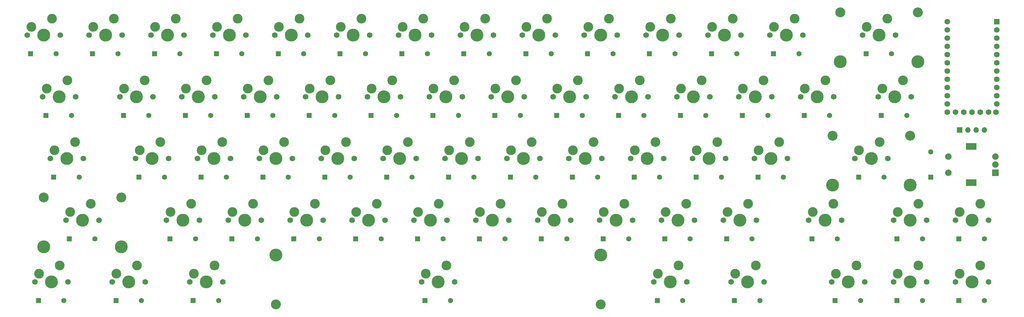
<source format=gbr>
G04 #@! TF.GenerationSoftware,KiCad,Pcbnew,(5.1.10)-1*
G04 #@! TF.CreationDate,2021-09-11T23:54:04-05:00*
G04 #@! TF.ProjectId,kintsugi,6b696e74-7375-4676-992e-6b696361645f,rev?*
G04 #@! TF.SameCoordinates,Original*
G04 #@! TF.FileFunction,Soldermask,Top*
G04 #@! TF.FilePolarity,Negative*
%FSLAX46Y46*%
G04 Gerber Fmt 4.6, Leading zero omitted, Abs format (unit mm)*
G04 Created by KiCad (PCBNEW (5.1.10)-1) date 2021-09-11 23:54:04*
%MOMM*%
%LPD*%
G01*
G04 APERTURE LIST*
%ADD10C,3.000000*%
%ADD11C,3.987800*%
%ADD12C,1.750000*%
%ADD13C,3.048000*%
%ADD14R,1.600000X1.600000*%
%ADD15C,1.600000*%
%ADD16O,1.700000X1.700000*%
%ADD17R,1.700000X1.700000*%
%ADD18R,1.752600X1.752600*%
%ADD19C,1.752600*%
%ADD20R,2.000000X2.000000*%
%ADD21C,2.000000*%
%ADD22R,3.200000X2.000000*%
G04 APERTURE END LIST*
D10*
X321627500Y-47307500D03*
D11*
X319087500Y-52387500D03*
D10*
X315277500Y-49847500D03*
D12*
X314007500Y-52387500D03*
X324167500Y-52387500D03*
D10*
X264477500Y-66357500D03*
D11*
X261937500Y-71437500D03*
D10*
X258127500Y-68897500D03*
D12*
X256857500Y-71437500D03*
X267017500Y-71437500D03*
D10*
X197802500Y-85407500D03*
D11*
X195262500Y-90487500D03*
D10*
X191452500Y-87947500D03*
D12*
X190182500Y-90487500D03*
X200342500Y-90487500D03*
D10*
X135890000Y-28257500D03*
D11*
X133350000Y-33337500D03*
D10*
X129540000Y-30797500D03*
D12*
X128270000Y-33337500D03*
X138430000Y-33337500D03*
X66992500Y-52387500D03*
X56832500Y-52387500D03*
D10*
X58102500Y-49847500D03*
D11*
X61912500Y-52387500D03*
D10*
X64452500Y-47307500D03*
X314483750Y-66357500D03*
D11*
X311943750Y-71437500D03*
D10*
X308133750Y-68897500D03*
D12*
X306863750Y-71437500D03*
X317023750Y-71437500D03*
D13*
X323881750Y-64452500D03*
X300005750Y-64452500D03*
D11*
X323881750Y-79692500D03*
X300005750Y-79692500D03*
D10*
X59690000Y-28257500D03*
D11*
X57150000Y-33337500D03*
D10*
X53340000Y-30797500D03*
D12*
X52070000Y-33337500D03*
X62230000Y-33337500D03*
X302736250Y-90487500D03*
X292576250Y-90487500D03*
D10*
X293846250Y-87947500D03*
D11*
X297656250Y-90487500D03*
D10*
X300196250Y-85407500D03*
D12*
X276542500Y-90487500D03*
X266382500Y-90487500D03*
D10*
X267652500Y-87947500D03*
D11*
X271462500Y-90487500D03*
D10*
X274002500Y-85407500D03*
D12*
X300355000Y-52387500D03*
X290195000Y-52387500D03*
D10*
X291465000Y-49847500D03*
D11*
X295275000Y-52387500D03*
D10*
X297815000Y-47307500D03*
D11*
X302387000Y-41592500D03*
X326263000Y-41592500D03*
D13*
X302387000Y-26352500D03*
X326263000Y-26352500D03*
D12*
X319405000Y-33337500D03*
X309245000Y-33337500D03*
D10*
X310515000Y-30797500D03*
D11*
X314325000Y-33337500D03*
D10*
X316865000Y-28257500D03*
D12*
X290830000Y-33337500D03*
X280670000Y-33337500D03*
D10*
X281940000Y-30797500D03*
D11*
X285750000Y-33337500D03*
D10*
X288290000Y-28257500D03*
D14*
X293621000Y-96266000D03*
D15*
X301421000Y-96266000D03*
D14*
X267372000Y-96266000D03*
D15*
X275172000Y-96266000D03*
D14*
X314997000Y-58166000D03*
D15*
X322797000Y-58166000D03*
D14*
X291248000Y-58166000D03*
D15*
X299048000Y-58166000D03*
D14*
X310298000Y-39116000D03*
D15*
X318098000Y-39116000D03*
D14*
X281810000Y-39116000D03*
D15*
X289610000Y-39116000D03*
D16*
X346710000Y-62611000D03*
X344170000Y-62611000D03*
X341630000Y-62611000D03*
D17*
X339090000Y-62611000D03*
D12*
X69373750Y-71437500D03*
X59213750Y-71437500D03*
D10*
X60483750Y-68897500D03*
D11*
X64293750Y-71437500D03*
D10*
X66833750Y-66357500D03*
D14*
X57862000Y-58166000D03*
D15*
X65662000Y-58166000D03*
D14*
X338873000Y-115316000D03*
D15*
X346673000Y-115316000D03*
D14*
X319823000Y-115316000D03*
D15*
X327623000Y-115316000D03*
D14*
X300773000Y-115316000D03*
D15*
X308573000Y-115316000D03*
D14*
X269785000Y-115316000D03*
D15*
X277585000Y-115316000D03*
D14*
X246036000Y-115316000D03*
D15*
X253836000Y-115316000D03*
D14*
X174535000Y-115316000D03*
D15*
X182335000Y-115316000D03*
D14*
X103161000Y-115316000D03*
D15*
X110961000Y-115316000D03*
D14*
X79412000Y-115316000D03*
D15*
X87212000Y-115316000D03*
D14*
X55536000Y-115316000D03*
D15*
X63336000Y-115316000D03*
D14*
X338873000Y-96266000D03*
D15*
X346673000Y-96266000D03*
D14*
X319823000Y-96266000D03*
D15*
X327623000Y-96266000D03*
D14*
X248322000Y-96266000D03*
D15*
X256122000Y-96266000D03*
D14*
X229399000Y-96266000D03*
D15*
X237199000Y-96266000D03*
D14*
X210349000Y-96266000D03*
D15*
X218149000Y-96266000D03*
X199099000Y-96266000D03*
D14*
X191299000Y-96266000D03*
X172249000Y-96266000D03*
D15*
X180049000Y-96266000D03*
D14*
X153199000Y-96266000D03*
D15*
X160999000Y-96266000D03*
D14*
X134149000Y-96266000D03*
D15*
X141949000Y-96266000D03*
D14*
X115099000Y-96266000D03*
D15*
X122899000Y-96266000D03*
D14*
X96049000Y-96266000D03*
D15*
X103849000Y-96266000D03*
D14*
X65061000Y-96266000D03*
D15*
X72861000Y-96266000D03*
D14*
X330200000Y-77179000D03*
D15*
X330200000Y-69379000D03*
D14*
X308012000Y-77216000D03*
D15*
X315812000Y-77216000D03*
D14*
X277024000Y-77216000D03*
D15*
X284824000Y-77216000D03*
D14*
X257974000Y-77216000D03*
D15*
X265774000Y-77216000D03*
D14*
X238924000Y-77216000D03*
D15*
X246724000Y-77216000D03*
D14*
X219874000Y-77216000D03*
D15*
X227674000Y-77216000D03*
D14*
X200824000Y-77216000D03*
D15*
X208624000Y-77216000D03*
D14*
X181774000Y-77216000D03*
D15*
X189574000Y-77216000D03*
D14*
X162721000Y-77216000D03*
D15*
X170521000Y-77216000D03*
D14*
X143674000Y-77216000D03*
D15*
X151474000Y-77216000D03*
D14*
X124624000Y-77216000D03*
D15*
X132424000Y-77216000D03*
D14*
X105574000Y-77216000D03*
D15*
X113374000Y-77216000D03*
D14*
X86484000Y-77216000D03*
D15*
X94284000Y-77216000D03*
X68035000Y-77216000D03*
D14*
X60235000Y-77216000D03*
X272238000Y-58166000D03*
D15*
X280038000Y-58166000D03*
D14*
X253145000Y-58166000D03*
D15*
X260945000Y-58166000D03*
X241895000Y-58166000D03*
D14*
X234095000Y-58166000D03*
X215088000Y-58166000D03*
D15*
X222888000Y-58166000D03*
D14*
X196038000Y-58166000D03*
D15*
X203838000Y-58166000D03*
D14*
X176988000Y-58166000D03*
D15*
X184788000Y-58166000D03*
D14*
X157938000Y-58166000D03*
D15*
X165738000Y-58166000D03*
D14*
X138888000Y-58166000D03*
D15*
X146688000Y-58166000D03*
D14*
X119838000Y-58166000D03*
D15*
X127638000Y-58166000D03*
D14*
X100748000Y-58166000D03*
D15*
X108548000Y-58166000D03*
D14*
X81735000Y-58166000D03*
D15*
X89535000Y-58166000D03*
D14*
X262713000Y-39116000D03*
D15*
X270513000Y-39116000D03*
D14*
X243623000Y-39116000D03*
D15*
X251423000Y-39116000D03*
D14*
X224570000Y-39116000D03*
D15*
X232370000Y-39116000D03*
D14*
X205563000Y-39116000D03*
D15*
X213363000Y-39116000D03*
D14*
X186473000Y-39116000D03*
D15*
X194273000Y-39116000D03*
D14*
X167420000Y-39116000D03*
D15*
X175220000Y-39116000D03*
D14*
X148373000Y-39116000D03*
D15*
X156173000Y-39116000D03*
D14*
X129363000Y-39116000D03*
D15*
X137163000Y-39116000D03*
D14*
X110313000Y-39116000D03*
D15*
X118113000Y-39116000D03*
D14*
X91263000Y-39116000D03*
D15*
X99063000Y-39116000D03*
D14*
X72173000Y-39116000D03*
D15*
X79973000Y-39116000D03*
X60920000Y-39116000D03*
D14*
X53120000Y-39116000D03*
D10*
X278765000Y-47307500D03*
D11*
X276225000Y-52387500D03*
D10*
X272415000Y-49847500D03*
D12*
X271145000Y-52387500D03*
X281305000Y-52387500D03*
D10*
X283527500Y-66357500D03*
D11*
X280987500Y-71437500D03*
D10*
X277177500Y-68897500D03*
D12*
X275907500Y-71437500D03*
X286067500Y-71437500D03*
D10*
X71596250Y-85407500D03*
D11*
X69056250Y-90487500D03*
D10*
X65246250Y-87947500D03*
D12*
X63976250Y-90487500D03*
X74136250Y-90487500D03*
D13*
X80994250Y-83502500D03*
X57118250Y-83502500D03*
D11*
X80994250Y-98742500D03*
X57118250Y-98742500D03*
D12*
X347980000Y-90487500D03*
X337820000Y-90487500D03*
D10*
X339090000Y-87947500D03*
D11*
X342900000Y-90487500D03*
D10*
X345440000Y-85407500D03*
X109696250Y-104457500D03*
D11*
X107156250Y-109537500D03*
D10*
X103346250Y-106997500D03*
D12*
X102076250Y-109537500D03*
X112236250Y-109537500D03*
D10*
X181133750Y-104457500D03*
D11*
X178593750Y-109537500D03*
D10*
X174783750Y-106997500D03*
D12*
X173513750Y-109537500D03*
X183673750Y-109537500D03*
D13*
X228593650Y-116522500D03*
X128593850Y-116522500D03*
D11*
X228593650Y-101282500D03*
X128593850Y-101282500D03*
D10*
X276383750Y-104457500D03*
D11*
X273843750Y-109537500D03*
D10*
X270033750Y-106997500D03*
D12*
X268763750Y-109537500D03*
X278923750Y-109537500D03*
D10*
X345440000Y-104457500D03*
D11*
X342900000Y-109537500D03*
D10*
X339090000Y-106997500D03*
D12*
X337820000Y-109537500D03*
X347980000Y-109537500D03*
D10*
X252571250Y-104457500D03*
D11*
X250031250Y-109537500D03*
D10*
X246221250Y-106997500D03*
D12*
X244951250Y-109537500D03*
X255111250Y-109537500D03*
D10*
X85883750Y-104457500D03*
D11*
X83343750Y-109537500D03*
D10*
X79533750Y-106997500D03*
D12*
X78263750Y-109537500D03*
X88423750Y-109537500D03*
D10*
X62071250Y-104457500D03*
D11*
X59531250Y-109537500D03*
D10*
X55721250Y-106997500D03*
D12*
X54451250Y-109537500D03*
X64611250Y-109537500D03*
D18*
X350520000Y-29210000D03*
D19*
X350520000Y-31750000D03*
X350520000Y-34290000D03*
X350520000Y-36830000D03*
X350520000Y-39370000D03*
X350520000Y-41910000D03*
X350520000Y-44450000D03*
X350520000Y-46990000D03*
X350520000Y-49530000D03*
X350520000Y-52070000D03*
X350520000Y-54610000D03*
X335280000Y-57150000D03*
X335280000Y-54610000D03*
X335280000Y-52070000D03*
X335280000Y-49530000D03*
X335280000Y-46990000D03*
X335280000Y-44450000D03*
X335280000Y-41910000D03*
X335280000Y-39370000D03*
X335280000Y-36830000D03*
X335280000Y-34290000D03*
X335280000Y-31750000D03*
X350291400Y-57150000D03*
X335280000Y-29210000D03*
X337820000Y-57150000D03*
X340360000Y-57150000D03*
X342900000Y-57150000D03*
X345440000Y-57150000D03*
X347980000Y-57150000D03*
D20*
X350139000Y-75819000D03*
D21*
X350139000Y-73319000D03*
X350139000Y-70819000D03*
D22*
X342639000Y-78919000D03*
X342639000Y-67719000D03*
D21*
X335639000Y-75819000D03*
X335639000Y-70819000D03*
D10*
X326390000Y-104457500D03*
D11*
X323850000Y-109537500D03*
D10*
X320040000Y-106997500D03*
D12*
X318770000Y-109537500D03*
X328930000Y-109537500D03*
D10*
X307340000Y-104457500D03*
D11*
X304800000Y-109537500D03*
D10*
X300990000Y-106997500D03*
D12*
X299720000Y-109537500D03*
X309880000Y-109537500D03*
D10*
X326390000Y-85407500D03*
D11*
X323850000Y-90487500D03*
D10*
X320040000Y-87947500D03*
D12*
X318770000Y-90487500D03*
X328930000Y-90487500D03*
D10*
X254952500Y-85407500D03*
D11*
X252412500Y-90487500D03*
D10*
X248602500Y-87947500D03*
D12*
X247332500Y-90487500D03*
X257492500Y-90487500D03*
D10*
X235902500Y-85407500D03*
D11*
X233362500Y-90487500D03*
D10*
X229552500Y-87947500D03*
D12*
X228282500Y-90487500D03*
X238442500Y-90487500D03*
D10*
X216852500Y-85407500D03*
D11*
X214312500Y-90487500D03*
D10*
X210502500Y-87947500D03*
D12*
X209232500Y-90487500D03*
X219392500Y-90487500D03*
D10*
X178752500Y-85407500D03*
D11*
X176212500Y-90487500D03*
D10*
X172402500Y-87947500D03*
D12*
X171132500Y-90487500D03*
X181292500Y-90487500D03*
D10*
X159702500Y-85407500D03*
D11*
X157162500Y-90487500D03*
D10*
X153352500Y-87947500D03*
D12*
X152082500Y-90487500D03*
X162242500Y-90487500D03*
D10*
X140652500Y-85407500D03*
D11*
X138112500Y-90487500D03*
D10*
X134302500Y-87947500D03*
D12*
X133032500Y-90487500D03*
X143192500Y-90487500D03*
D10*
X121602500Y-85407500D03*
D11*
X119062500Y-90487500D03*
D10*
X115252500Y-87947500D03*
D12*
X113982500Y-90487500D03*
X124142500Y-90487500D03*
D10*
X102552500Y-85407500D03*
D11*
X100012500Y-90487500D03*
D10*
X96202500Y-87947500D03*
D12*
X94932500Y-90487500D03*
X105092500Y-90487500D03*
D10*
X245427500Y-66357500D03*
D11*
X242887500Y-71437500D03*
D10*
X239077500Y-68897500D03*
D12*
X237807500Y-71437500D03*
X247967500Y-71437500D03*
D10*
X226377500Y-66357500D03*
D11*
X223837500Y-71437500D03*
D10*
X220027500Y-68897500D03*
D12*
X218757500Y-71437500D03*
X228917500Y-71437500D03*
D10*
X207327500Y-66357500D03*
D11*
X204787500Y-71437500D03*
D10*
X200977500Y-68897500D03*
D12*
X199707500Y-71437500D03*
X209867500Y-71437500D03*
X190817500Y-71437500D03*
X180657500Y-71437500D03*
D10*
X181927500Y-68897500D03*
D11*
X185737500Y-71437500D03*
D10*
X188277500Y-66357500D03*
X169227500Y-66357500D03*
D11*
X166687500Y-71437500D03*
D10*
X162877500Y-68897500D03*
D12*
X161607500Y-71437500D03*
X171767500Y-71437500D03*
D10*
X150177500Y-66357500D03*
D11*
X147637500Y-71437500D03*
D10*
X143827500Y-68897500D03*
D12*
X142557500Y-71437500D03*
X152717500Y-71437500D03*
D10*
X131127500Y-66357500D03*
D11*
X128587500Y-71437500D03*
D10*
X124777500Y-68897500D03*
D12*
X123507500Y-71437500D03*
X133667500Y-71437500D03*
D10*
X112077500Y-66357500D03*
D11*
X109537500Y-71437500D03*
D10*
X105727500Y-68897500D03*
D12*
X104457500Y-71437500D03*
X114617500Y-71437500D03*
D10*
X93027500Y-66357500D03*
D11*
X90487500Y-71437500D03*
D10*
X86677500Y-68897500D03*
D12*
X85407500Y-71437500D03*
X95567500Y-71437500D03*
D10*
X259715000Y-47307500D03*
D11*
X257175000Y-52387500D03*
D10*
X253365000Y-49847500D03*
D12*
X252095000Y-52387500D03*
X262255000Y-52387500D03*
D10*
X240665000Y-47307500D03*
D11*
X238125000Y-52387500D03*
D10*
X234315000Y-49847500D03*
D12*
X233045000Y-52387500D03*
X243205000Y-52387500D03*
D10*
X221615000Y-47307500D03*
D11*
X219075000Y-52387500D03*
D10*
X215265000Y-49847500D03*
D12*
X213995000Y-52387500D03*
X224155000Y-52387500D03*
D10*
X202565000Y-47307500D03*
D11*
X200025000Y-52387500D03*
D10*
X196215000Y-49847500D03*
D12*
X194945000Y-52387500D03*
X205105000Y-52387500D03*
D10*
X183515000Y-47307500D03*
D11*
X180975000Y-52387500D03*
D10*
X177165000Y-49847500D03*
D12*
X175895000Y-52387500D03*
X186055000Y-52387500D03*
D10*
X164465000Y-47307500D03*
D11*
X161925000Y-52387500D03*
D10*
X158115000Y-49847500D03*
D12*
X156845000Y-52387500D03*
X167005000Y-52387500D03*
D10*
X145415000Y-47307500D03*
D11*
X142875000Y-52387500D03*
D10*
X139065000Y-49847500D03*
D12*
X137795000Y-52387500D03*
X147955000Y-52387500D03*
D10*
X126365000Y-47307500D03*
D11*
X123825000Y-52387500D03*
D10*
X120015000Y-49847500D03*
D12*
X118745000Y-52387500D03*
X128905000Y-52387500D03*
D10*
X107315000Y-47307500D03*
D11*
X104775000Y-52387500D03*
D10*
X100965000Y-49847500D03*
D12*
X99695000Y-52387500D03*
X109855000Y-52387500D03*
D10*
X88265000Y-47307500D03*
D11*
X85725000Y-52387500D03*
D10*
X81915000Y-49847500D03*
D12*
X80645000Y-52387500D03*
X90805000Y-52387500D03*
D10*
X269240000Y-28257500D03*
D11*
X266700000Y-33337500D03*
D10*
X262890000Y-30797500D03*
D12*
X261620000Y-33337500D03*
X271780000Y-33337500D03*
D10*
X250190000Y-28257500D03*
D11*
X247650000Y-33337500D03*
D10*
X243840000Y-30797500D03*
D12*
X242570000Y-33337500D03*
X252730000Y-33337500D03*
D10*
X231140000Y-28257500D03*
D11*
X228600000Y-33337500D03*
D10*
X224790000Y-30797500D03*
D12*
X223520000Y-33337500D03*
X233680000Y-33337500D03*
D10*
X212090000Y-28257500D03*
D11*
X209550000Y-33337500D03*
D10*
X205740000Y-30797500D03*
D12*
X204470000Y-33337500D03*
X214630000Y-33337500D03*
D10*
X193040000Y-28257500D03*
D11*
X190500000Y-33337500D03*
D10*
X186690000Y-30797500D03*
D12*
X185420000Y-33337500D03*
X195580000Y-33337500D03*
D10*
X173990000Y-28257500D03*
D11*
X171450000Y-33337500D03*
D10*
X167640000Y-30797500D03*
D12*
X166370000Y-33337500D03*
X176530000Y-33337500D03*
D10*
X154940000Y-28257500D03*
D11*
X152400000Y-33337500D03*
D10*
X148590000Y-30797500D03*
D12*
X147320000Y-33337500D03*
X157480000Y-33337500D03*
D10*
X116840000Y-28257500D03*
D11*
X114300000Y-33337500D03*
D10*
X110490000Y-30797500D03*
D12*
X109220000Y-33337500D03*
X119380000Y-33337500D03*
D10*
X97790000Y-28257500D03*
D11*
X95250000Y-33337500D03*
D10*
X91440000Y-30797500D03*
D12*
X90170000Y-33337500D03*
X100330000Y-33337500D03*
D10*
X78740000Y-28257500D03*
D11*
X76200000Y-33337500D03*
D10*
X72390000Y-30797500D03*
D12*
X71120000Y-33337500D03*
X81280000Y-33337500D03*
M02*

</source>
